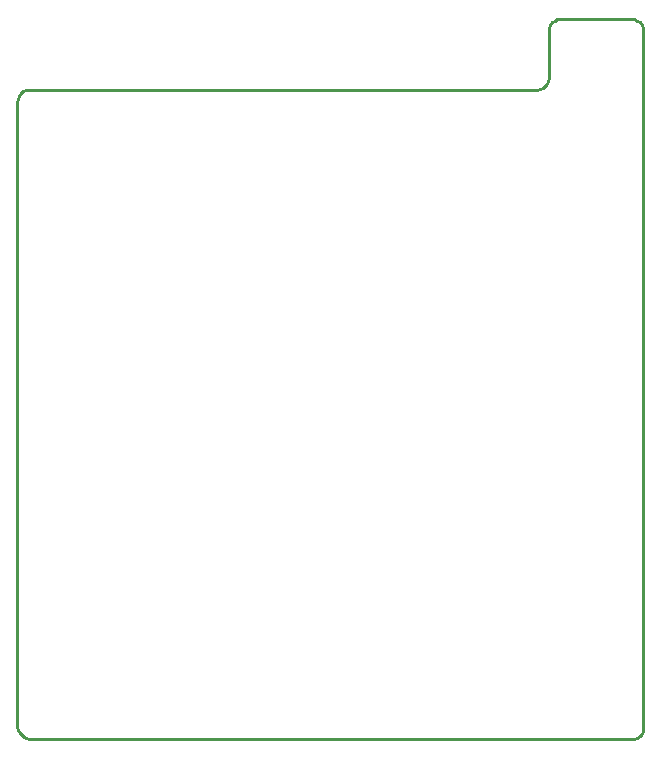
<source format=gm1>
G04*
G04 #@! TF.GenerationSoftware,Altium Limited,Altium Designer,21.2.0 (30)*
G04*
G04 Layer_Color=16711935*
%FSLAX25Y25*%
%MOIN*%
G70*
G04*
G04 #@! TF.SameCoordinates,23E6F6A8-B4C1-47F9-9D7B-204F1C257D05*
G04*
G04*
G04 #@! TF.FilePolarity,Positive*
G04*
G01*
G75*
%ADD10C,0.00984*%
D10*
X181102Y240158D02*
X180083Y240023D01*
X179134Y239630D01*
X178319Y239004D01*
X177693Y238189D01*
X177299Y237239D01*
X177165Y236221D01*
X204724Y0D02*
X205743Y134D01*
X206693Y527D01*
X207508Y1153D01*
X208134Y1969D01*
X208527Y2918D01*
X208661Y3937D01*
Y236221D02*
X208527Y237239D01*
X208134Y238189D01*
X207508Y239004D01*
X206693Y239630D01*
X205743Y240023D01*
X204724Y240158D01*
X173228Y216535D02*
X174247Y216670D01*
X175197Y217063D01*
X176012Y217688D01*
X176638Y218504D01*
X177031Y219454D01*
X177165Y220472D01*
X3937Y216535D02*
X2918Y216401D01*
X1969Y216008D01*
X1153Y215382D01*
X527Y214567D01*
X134Y213617D01*
X0Y212598D01*
Y5000D02*
X96Y4025D01*
X381Y3087D01*
X843Y2222D01*
X1464Y1464D01*
X2222Y843D01*
X3087Y381D01*
X4025Y96D01*
X5000Y0D01*
X181102Y240158D02*
X204724D01*
X3937Y216535D02*
X173228D01*
X7874Y0D02*
X204724D01*
X208661Y3937D02*
Y224410D01*
Y236221D01*
X177165Y220472D02*
Y236221D01*
X0Y208661D02*
Y212598D01*
Y5000D02*
Y208661D01*
X5000Y0D02*
X7874D01*
X19685D01*
M02*

</source>
